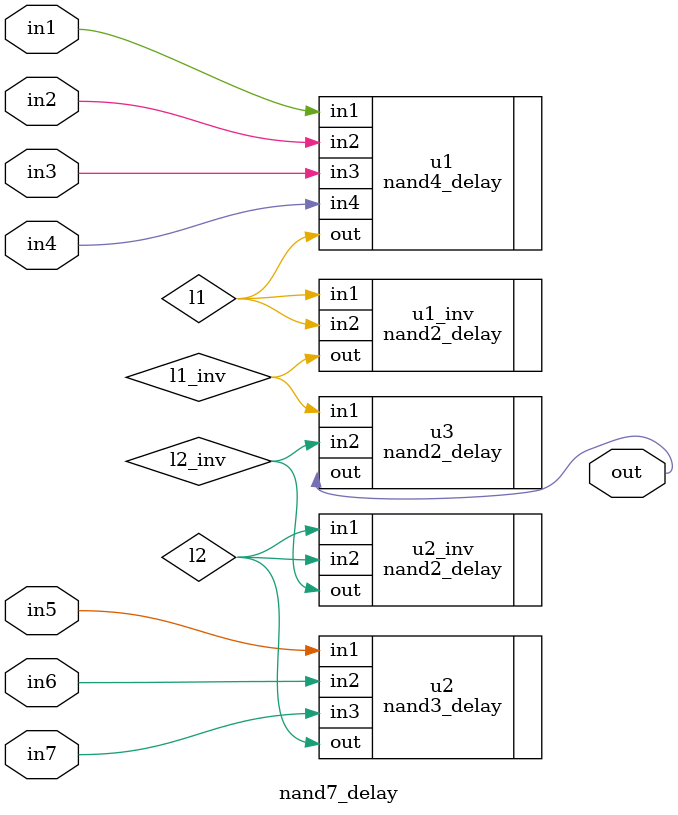
<source format=sv>
module nand7_delay (
    input logic in1,
    input logic in2,
    input logic in3,
    input logic in4,
    input logic in5,
    input logic in6,
    input logic in7,
    output logic out
);

logic l1, l1_inv, l2, l2_inv;

nand4_delay u1 (
    .in1(in1),
    .in2(in2),
    .in3(in3),
    .in4(in4),
    .out(l1)
);

nand2_delay u1_inv (
    .in1(l1),
    .in2(l1),
    .out(l1_inv)
);

nand3_delay u2 (
    .in1(in5),
    .in2(in6),
    .in3(in7),
    .out(l2)
);

nand2_delay u2_inv (
    .in1(l2),
    .in2(l2),
    .out(l2_inv)
);

nand2_delay u3 (
    .in1(l1_inv),
    .in2(l2_inv),
    .out(out)
);

endmodule
</source>
